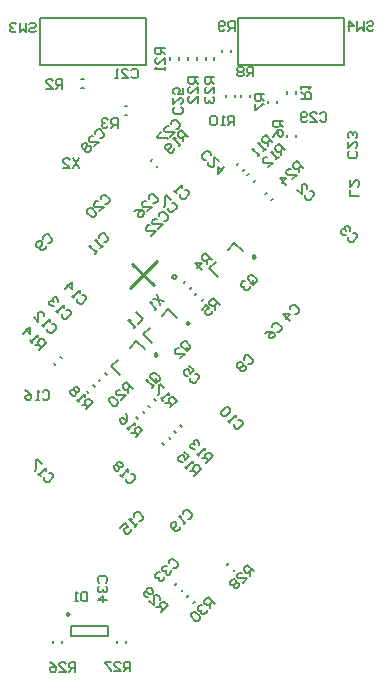
<source format=gbo>
G04*
G04 #@! TF.GenerationSoftware,Altium Limited,Altium Designer,20.1.12 (249)*
G04*
G04 Layer_Color=32896*
%FSLAX25Y25*%
%MOIN*%
G70*
G04*
G04 #@! TF.SameCoordinates,D38EF606-D903-4ADC-9098-C18FB5F004BE*
G04*
G04*
G04 #@! TF.FilePolarity,Positive*
G04*
G01*
G75*
%ADD11C,0.00984*%
%ADD12C,0.00787*%
%ADD14C,0.00600*%
D11*
X39370Y20669D02*
X38632Y21095D01*
Y20243D01*
X39370Y20669D01*
X101179Y139790D02*
X100440Y140216D01*
Y139364D01*
X101179Y139790D01*
X68501Y107113D02*
X67763Y107539D01*
Y106686D01*
X68501Y107113D01*
X79131Y117743D02*
X78393Y118169D01*
Y117316D01*
X79131Y117743D01*
X59522Y129404D02*
X68431Y138312D01*
X60357Y137477D02*
X67595Y130239D01*
D12*
X75064Y133023D02*
X74520Y133772D01*
X73640Y133486D01*
Y132560D01*
X74520Y132274D01*
X75064Y133023D01*
X55216Y11024D02*
Y11811D01*
X58169Y11024D02*
Y11811D01*
X36909Y11024D02*
Y11811D01*
X33957Y11024D02*
Y11811D01*
X94073Y34898D02*
X94629Y35455D01*
X91985Y36986D02*
X92541Y37543D01*
X78599Y26356D02*
X79156Y26913D01*
X80687Y24268D02*
X81244Y24825D01*
X76750Y28205D02*
X77307Y28762D01*
X74662Y30293D02*
X75219Y30850D01*
X39961Y13189D02*
Y16732D01*
Y13189D02*
X52165D01*
Y16732D01*
X39961D02*
X52165D01*
X111909Y194095D02*
Y194882D01*
X114862Y194095D02*
Y194882D01*
X90256Y207972D02*
Y208760D01*
X93209Y207972D02*
Y208760D01*
X114862Y179626D02*
Y180413D01*
X111909Y179626D02*
Y180413D01*
X99508Y193012D02*
Y193799D01*
X96555Y193012D02*
Y193799D01*
X76356Y83606D02*
X76913Y83049D01*
X74268Y81518D02*
X74825Y80961D01*
X72419Y79669D02*
X72976Y79112D01*
X70331Y77581D02*
X70888Y77024D01*
X91437Y192913D02*
Y193701D01*
X94390Y192913D02*
Y193701D01*
X98678Y166907D02*
X99234Y167464D01*
X100766Y164819D02*
X101322Y165376D01*
X51159Y100929D02*
X51716Y100372D01*
X49071Y98841D02*
X49628Y98284D01*
X63758Y88330D02*
X64315Y87773D01*
X61670Y86242D02*
X62227Y85685D01*
X67695Y92267D02*
X68252Y91711D01*
X65607Y90179D02*
X66164Y89622D01*
X47222Y96992D02*
X47779Y96435D01*
X45134Y94904D02*
X45691Y94347D01*
X108563Y191043D02*
Y191831D01*
X105610Y191043D02*
Y191831D01*
X34111Y104352D02*
X34668Y103796D01*
X36199Y106440D02*
X36755Y105884D01*
X97222Y168363D02*
X97779Y168920D01*
X95134Y170451D02*
X95691Y171007D01*
X66394Y171632D02*
X66951Y172188D01*
X68482Y169544D02*
X69039Y170101D01*
X104583Y160608D02*
X105140Y161165D01*
X106671Y158520D02*
X107228Y159077D01*
X81791Y205413D02*
Y206201D01*
X78839Y205413D02*
Y206201D01*
X75886Y205413D02*
Y206201D01*
X72933Y205413D02*
Y206201D01*
X87697Y205413D02*
Y206201D01*
X84744Y205413D02*
Y206201D01*
X92196Y142156D02*
X94353Y144314D01*
X97137Y141530D01*
X86001Y135962D02*
X88159Y138119D01*
X86001Y135962D02*
X88785Y133178D01*
X59518Y109479D02*
X61676Y111636D01*
X64460Y108853D01*
X53324Y103285D02*
X55482Y105442D01*
X53324Y103285D02*
X56108Y100501D01*
X70148Y120109D02*
X72306Y122266D01*
X75090Y119482D01*
X63954Y113915D02*
X66112Y116072D01*
X63954Y113915D02*
X66738Y111131D01*
X83443Y125056D02*
X84000Y125612D01*
X81355Y127144D02*
X81912Y127700D01*
X79506Y128993D02*
X80063Y129549D01*
X77418Y131080D02*
X77975Y131637D01*
X43307Y199114D02*
X44094D01*
X43307Y196161D02*
X44094D01*
X57874Y190059D02*
X58661D01*
X57874Y187106D02*
X58661D01*
X29528Y219488D02*
X64961D01*
Y203740D02*
Y219488D01*
X29528Y203740D02*
Y219488D01*
Y203740D02*
X64961D01*
X95472Y219488D02*
X130905D01*
Y203740D02*
Y219488D01*
X95472Y203740D02*
Y219488D01*
Y203740D02*
X130905D01*
D14*
X42626Y172564D02*
X40494Y169365D01*
Y172564D02*
X42626Y169365D01*
X37295D02*
X39428D01*
X37295Y171498D01*
Y172031D01*
X37828Y172564D01*
X38894D01*
X39428Y172031D01*
X68684Y127344D02*
X69438Y123574D01*
X67176Y125836D02*
X70946Y125082D01*
X68684Y122820D02*
X67930Y122066D01*
X68307Y122443D01*
X66045Y124705D01*
X66799Y124705D01*
X138550Y217799D02*
X139083Y218332D01*
X140149D01*
X140683Y217799D01*
Y217265D01*
X140149Y216732D01*
X139083D01*
X138550Y216199D01*
Y215666D01*
X139083Y215133D01*
X140149D01*
X140683Y215666D01*
X137484Y218332D02*
Y215133D01*
X136417Y216199D01*
X135351Y215133D01*
Y218332D01*
X132685Y215133D02*
Y218332D01*
X134285Y216732D01*
X132152D01*
X25951Y217208D02*
X26485Y217741D01*
X27551D01*
X28084Y217208D01*
Y216675D01*
X27551Y216142D01*
X26485D01*
X25951Y215609D01*
Y215075D01*
X26485Y214542D01*
X27551D01*
X28084Y215075D01*
X24885Y217741D02*
Y214542D01*
X23819Y215609D01*
X22753Y214542D01*
Y217741D01*
X21686Y217208D02*
X21153Y217741D01*
X20087D01*
X19554Y217208D01*
Y216675D01*
X20087Y216142D01*
X20620D01*
X20087D01*
X19554Y215609D01*
Y215075D01*
X20087Y214542D01*
X21153D01*
X21686Y215075D01*
X87710Y24031D02*
X85448Y26293D01*
X84317Y25162D01*
X84317Y24408D01*
X85071Y23654D01*
X85825D01*
X86956Y24785D01*
X86202Y24031D02*
Y22523D01*
X83563Y23654D02*
X82809Y23654D01*
X82055Y22900D01*
X82055Y22146D01*
X82432Y21769D01*
X83186D01*
X83563Y22146D01*
X83186Y21769D01*
Y21015D01*
X83563Y20638D01*
X84317D01*
X85071Y21392D01*
Y22146D01*
X81301Y21392D02*
X80547Y21392D01*
X79793Y20638D01*
Y19884D01*
X81301Y18376D01*
X82055D01*
X82809Y19130D01*
Y19884D01*
X81301Y21392D01*
X69798Y21345D02*
X72060Y23607D01*
X70929Y24738D01*
X70175Y24738D01*
X69421Y23984D01*
Y23230D01*
X70552Y22099D01*
X69798Y22853D02*
X68290D01*
X66028Y25115D02*
X67536Y23607D01*
Y26623D01*
X67913Y27000D01*
X68667Y27000D01*
X69421Y26246D01*
X69421Y25492D01*
X65651Y26246D02*
X64897D01*
X64143Y27000D01*
Y27754D01*
X65651Y29262D01*
X66405D01*
X67159Y28508D01*
X67159Y27754D01*
X66782Y27377D01*
X66028D01*
X64897Y28508D01*
X100899Y34857D02*
X98637Y37119D01*
X97506Y35989D01*
X97506Y35234D01*
X98260Y34481D01*
X99014D01*
X100145Y35612D01*
X99391Y34857D02*
Y33349D01*
X97129Y31087D02*
X98637Y32595D01*
X95621D01*
X95244Y32972D01*
X95244Y33726D01*
X95998Y34481D01*
X96752Y34480D01*
X94490Y32218D02*
X93736Y32218D01*
X92982Y31464D01*
Y30710D01*
X93359Y30333D01*
X94113D01*
Y29579D01*
X94490Y29202D01*
X95244D01*
X95998Y29956D01*
Y30710D01*
X95621Y31087D01*
X94867D01*
Y31841D01*
X94490Y32218D01*
X94867Y31087D02*
X94113Y30333D01*
X59580Y1550D02*
Y4749D01*
X57981D01*
X57448Y4216D01*
Y3150D01*
X57981Y2616D01*
X59580D01*
X58514D02*
X57448Y1550D01*
X54249D02*
X56381D01*
X54249Y3683D01*
Y4216D01*
X54782Y4749D01*
X55848D01*
X56381Y4216D01*
X53182Y4749D02*
X51050D01*
Y4216D01*
X53182Y2083D01*
Y1550D01*
X41372Y1452D02*
Y4651D01*
X39772D01*
X39239Y4118D01*
Y3051D01*
X39772Y2518D01*
X41372D01*
X40305D02*
X39239Y1452D01*
X36040D02*
X38173D01*
X36040Y3584D01*
Y4118D01*
X36573Y4651D01*
X37639D01*
X38173Y4118D01*
X32841Y4651D02*
X33907Y4118D01*
X34974Y3051D01*
Y1985D01*
X34440Y1452D01*
X33374D01*
X32841Y1985D01*
Y2518D01*
X33374Y3051D01*
X34974D01*
X117336Y169405D02*
X115074Y171667D01*
X113943Y170536D01*
X113943Y169782D01*
X114697Y169028D01*
X115451D01*
X116582Y170159D01*
X115828Y169405D02*
Y167897D01*
X113566Y165635D02*
X115074Y167143D01*
X112058D01*
X111681Y167520D01*
X111681Y168274D01*
X112435Y169028D01*
X113189Y169028D01*
X111681Y163750D02*
X109419Y166012D01*
X111681D01*
X110173Y164504D01*
X87623Y199541D02*
X84424D01*
Y197941D01*
X84957Y197408D01*
X86024D01*
X86557Y197941D01*
Y199541D01*
Y198475D02*
X87623Y197408D01*
Y194209D02*
Y196342D01*
X85491Y194209D01*
X84957D01*
X84424Y194742D01*
Y195809D01*
X84957Y196342D01*
Y193143D02*
X84424Y192610D01*
Y191543D01*
X84957Y191010D01*
X85491D01*
X86024Y191543D01*
Y192077D01*
Y191543D01*
X86557Y191010D01*
X87090D01*
X87623Y191543D01*
Y192610D01*
X87090Y193143D01*
X82111Y199639D02*
X78912D01*
Y198040D01*
X79445Y197507D01*
X80512D01*
X81045Y198040D01*
Y199639D01*
Y198573D02*
X82111Y197507D01*
Y194308D02*
Y196440D01*
X79979Y194308D01*
X79445D01*
X78912Y194841D01*
Y195907D01*
X79445Y196440D01*
X82111Y191109D02*
Y193241D01*
X79979Y191109D01*
X79445D01*
X78912Y191642D01*
Y192708D01*
X79445Y193241D01*
X71088Y209342D02*
X67889D01*
Y207743D01*
X68422Y207210D01*
X69488D01*
X70021Y207743D01*
Y209342D01*
Y208276D02*
X71088Y207210D01*
Y204011D02*
Y206143D01*
X68955Y204011D01*
X68422D01*
X67889Y204544D01*
Y205610D01*
X68422Y206143D01*
X71088Y202944D02*
Y201878D01*
Y202411D01*
X67889D01*
X68422Y202944D01*
X60446Y95783D02*
X58184Y98045D01*
X57053Y96914D01*
X57053Y96160D01*
X57807Y95406D01*
X58561D01*
X59692Y96537D01*
X58938Y95783D02*
Y94275D01*
X56676Y92013D02*
X58184Y93521D01*
X55168D01*
X54791Y93898D01*
X54791Y94652D01*
X55545Y95406D01*
X56299Y95406D01*
X54037Y93144D02*
X53283Y93144D01*
X52529Y92390D01*
Y91636D01*
X54037Y90128D01*
X54791D01*
X55545Y90882D01*
Y91636D01*
X54037Y93144D01*
X78860Y179748D02*
X76598Y182010D01*
X75467Y180879D01*
X75467Y180125D01*
X76221Y179371D01*
X76975D01*
X78106Y180502D01*
X77352Y179748D02*
Y178240D01*
X76598Y177486D02*
X75844Y176732D01*
X76221Y177109D01*
X73959Y179371D01*
X74713Y179371D01*
X74336Y175978D02*
Y175224D01*
X73582Y174470D01*
X72828D01*
X71320Y175978D01*
X71320Y176732D01*
X72074Y177486D01*
X72828D01*
X73205Y177109D01*
Y176355D01*
X72074Y175224D01*
X44905Y88955D02*
X47167Y91217D01*
X46036Y92348D01*
X45282Y92348D01*
X44528Y91594D01*
Y90840D01*
X45659Y89709D01*
X44905Y90463D02*
X43397D01*
X42643Y91217D02*
X41889Y91971D01*
X42266Y91594D01*
X44528Y93856D01*
X44528Y93102D01*
X42643Y94987D02*
Y95741D01*
X41889Y96495D01*
X41135Y96495D01*
X40758Y96118D01*
Y95364D01*
X40004D01*
X39627Y94987D01*
Y94233D01*
X40381Y93479D01*
X41135D01*
X41512Y93856D01*
Y94610D01*
X42266D01*
X42643Y94987D01*
X41512Y94610D02*
X40758Y95364D01*
X72858Y89545D02*
X75120Y91807D01*
X73989Y92939D01*
X73235Y92938D01*
X72481Y92184D01*
Y91430D01*
X73612Y90299D01*
X72858Y91053D02*
X71350D01*
X70596Y91807D02*
X69842Y92562D01*
X70219Y92184D01*
X72481Y94446D01*
X72481Y93692D01*
X70973Y95955D02*
X69465Y97462D01*
X69088Y97085D01*
Y94069D01*
X68711Y93692D01*
X61441Y79605D02*
X63703Y81867D01*
X62572Y82998D01*
X61818Y82998D01*
X61064Y82244D01*
Y81489D01*
X62195Y80358D01*
X61441Y81112D02*
X59933D01*
X59179Y81867D02*
X58425Y82621D01*
X58802Y82244D01*
X61064Y84505D01*
X61064Y83751D01*
X58048Y87521D02*
X58425Y86391D01*
Y84882D01*
X57671Y84128D01*
X56917D01*
X56163Y84882D01*
Y85637D01*
X56540Y86014D01*
X57294D01*
X58425Y84882D01*
X80929Y66809D02*
X83191Y69071D01*
X82060Y70202D01*
X81306Y70202D01*
X80552Y69448D01*
Y68694D01*
X81683Y67563D01*
X80929Y68317D02*
X79421D01*
X78667Y69071D02*
X77913Y69825D01*
X78290Y69448D01*
X80552Y71710D01*
X80552Y70956D01*
X77536Y74726D02*
X79044Y73218D01*
X77913Y72087D01*
X77536Y73218D01*
X77159Y73595D01*
X76405D01*
X75651Y72841D01*
Y72087D01*
X76405Y71333D01*
X77159D01*
X29256Y108837D02*
X31518Y111099D01*
X30387Y112230D01*
X29633Y112230D01*
X28879Y111476D01*
Y110722D01*
X30010Y109591D01*
X29256Y110345D02*
X27748D01*
X26994Y111099D02*
X26239Y111853D01*
X26617Y111476D01*
X28879Y113738D01*
X28879Y112984D01*
X23978Y114115D02*
X26240Y116377D01*
X26239Y114115D01*
X24732Y115623D01*
X84964Y71042D02*
X87226Y73304D01*
X86095Y74435D01*
X85341Y74435D01*
X84587Y73681D01*
Y72926D01*
X85718Y71795D01*
X84964Y72549D02*
X83456D01*
X82702Y73304D02*
X81948Y74058D01*
X82325Y73681D01*
X84587Y75942D01*
X84587Y75188D01*
X82702Y77074D02*
Y77828D01*
X81948Y78582D01*
X81194Y78582D01*
X80817Y78205D01*
Y77451D01*
X81194Y77074D01*
X80817Y77451D01*
X80063D01*
X79686Y77074D01*
Y76319D01*
X80440Y75565D01*
X81194D01*
X111340Y175220D02*
X109078Y177482D01*
X107947Y176351D01*
X107947Y175597D01*
X108701Y174843D01*
X109455D01*
X110586Y175974D01*
X109832Y175220D02*
Y173712D01*
X109078Y172958D02*
X108324Y172204D01*
X108701Y172581D01*
X106439Y174843D01*
X107193Y174843D01*
X105685Y169565D02*
X107193Y171073D01*
X104177D01*
X103800Y171450D01*
X103800Y172204D01*
X104554Y172958D01*
X105308D01*
X107026Y178091D02*
X104764Y180353D01*
X103633Y179222D01*
X103633Y178468D01*
X104387Y177714D01*
X105141D01*
X106272Y178845D01*
X105518Y178091D02*
Y176583D01*
X104764Y175829D02*
X104010Y175075D01*
X104387Y175452D01*
X102125Y177714D01*
X102879Y177714D01*
Y173944D02*
X102125Y173190D01*
X102502Y173567D01*
X100240Y175829D01*
X100994D01*
X94255Y183637D02*
Y186836D01*
X92655D01*
X92122Y186302D01*
Y185236D01*
X92655Y184703D01*
X94255D01*
X93188D02*
X92122Y183637D01*
X91056D02*
X89989D01*
X90522D01*
Y186836D01*
X91056Y186302D01*
X88390D02*
X87857Y186836D01*
X86790D01*
X86257Y186302D01*
Y184170D01*
X86790Y183637D01*
X87857D01*
X88390Y184170D01*
Y186302D01*
X94398Y215034D02*
Y218233D01*
X92799D01*
X92265Y217700D01*
Y216634D01*
X92799Y216101D01*
X94398D01*
X93332D02*
X92265Y215034D01*
X91199Y215567D02*
X90666Y215034D01*
X89600D01*
X89066Y215567D01*
Y217700D01*
X89600Y218233D01*
X90666D01*
X91199Y217700D01*
Y217167D01*
X90666Y216634D01*
X89066D01*
X100697Y199877D02*
Y203076D01*
X99098D01*
X98565Y202543D01*
Y201476D01*
X99098Y200943D01*
X100697D01*
X99631D02*
X98565Y199877D01*
X97498Y202543D02*
X96965Y203076D01*
X95899D01*
X95366Y202543D01*
Y202010D01*
X95899Y201476D01*
X95366Y200943D01*
Y200410D01*
X95899Y199877D01*
X96965D01*
X97498Y200410D01*
Y200943D01*
X96965Y201476D01*
X97498Y202010D01*
Y202543D01*
X96965Y201476D02*
X95899D01*
X104355Y193906D02*
X101156D01*
Y192306D01*
X101690Y191773D01*
X102756D01*
X103289Y192306D01*
Y193906D01*
Y192840D02*
X104355Y191773D01*
X101156Y190707D02*
Y188574D01*
X101690D01*
X103822Y190707D01*
X104355D01*
X110556Y185048D02*
X107357D01*
Y183448D01*
X107890Y182915D01*
X108957D01*
X109490Y183448D01*
Y185048D01*
Y183981D02*
X110556Y182915D01*
X107357Y179716D02*
X107890Y180782D01*
X108957Y181849D01*
X110023D01*
X110556Y181316D01*
Y180249D01*
X110023Y179716D01*
X109490D01*
X108957Y180249D01*
Y181849D01*
X89433Y123687D02*
X87171Y125949D01*
X86040Y124818D01*
X86040Y124064D01*
X86794Y123310D01*
X87548D01*
X88679Y124441D01*
X87925Y123687D02*
Y122179D01*
X83401D02*
X84909Y123687D01*
X86040Y122556D01*
X84909Y122179D01*
X84532Y121802D01*
Y121048D01*
X85286Y120294D01*
X86040D01*
X86794Y121048D01*
Y121802D01*
X86874Y138746D02*
X84612Y141008D01*
X83481Y139877D01*
X83481Y139123D01*
X84235Y138369D01*
X84989D01*
X86120Y139500D01*
X85366Y138746D02*
Y137238D01*
X83481Y135353D02*
X81219Y137615D01*
X83481Y137615D01*
X81973Y136107D01*
X55422Y182652D02*
Y185852D01*
X53822D01*
X53289Y185318D01*
Y184252D01*
X53822Y183719D01*
X55422D01*
X54355D02*
X53289Y182652D01*
X52223Y185318D02*
X51690Y185852D01*
X50623D01*
X50090Y185318D01*
Y184785D01*
X50623Y184252D01*
X51156D01*
X50623D01*
X50090Y183719D01*
Y183186D01*
X50623Y182652D01*
X51690D01*
X52223Y183186D01*
X36918Y195842D02*
Y199040D01*
X35318D01*
X34785Y198507D01*
Y197441D01*
X35318Y196908D01*
X36918D01*
X35851D02*
X34785Y195842D01*
X31586D02*
X33719D01*
X31586Y197974D01*
Y198507D01*
X32119Y199040D01*
X33186D01*
X33719Y198507D01*
X116708Y192454D02*
X119907D01*
Y194053D01*
X119373Y194587D01*
X118307D01*
X117774Y194053D01*
Y192454D01*
Y193520D02*
X116708Y194587D01*
Y195653D02*
Y196719D01*
Y196186D01*
X119907D01*
X119373Y195653D01*
X100245Y130824D02*
X98737Y132332D01*
X98737Y133086D01*
X99491Y133840D01*
X100245D01*
X101753Y132332D01*
Y131578D01*
X100999Y130824D01*
X100622Y131955D02*
Y130447D01*
X100999Y130824D02*
X100245D01*
X97983Y131578D02*
X97229Y131578D01*
X96475Y130824D01*
X96475Y130070D01*
X96852Y129693D01*
X97606D01*
X97983Y130070D01*
X97606Y129693D01*
Y128939D01*
X97983Y128562D01*
X98737D01*
X99491Y129316D01*
Y130070D01*
X78198Y108580D02*
X76690Y110088D01*
X76690Y110842D01*
X77444Y111596D01*
X78198D01*
X79706Y110088D01*
Y109334D01*
X78952Y108580D01*
X78575Y109711D02*
Y108203D01*
X78952Y108580D02*
X78198D01*
X76313Y105941D02*
X77821Y107449D01*
X74805D01*
X74428Y107826D01*
X74428Y108580D01*
X75182Y109334D01*
X75936Y109334D01*
X67880Y98065D02*
X66372Y99573D01*
X66372Y100327D01*
X67126Y101081D01*
X67880D01*
X69388Y99573D01*
Y98819D01*
X68634Y98065D01*
X68257Y99196D02*
Y97688D01*
X68634Y98065D02*
X67880D01*
X67503Y96934D02*
X66749Y96180D01*
X67126Y96557D01*
X64864Y98819D01*
X65618Y98819D01*
X135950Y159933D02*
X132751D01*
Y162065D01*
Y165264D02*
Y163132D01*
X134883Y165264D01*
X135417D01*
X135950Y164731D01*
Y163665D01*
X135417Y163132D01*
X61598Y121241D02*
X63859Y118979D01*
X62352Y117471D01*
X61598Y116717D02*
X60843Y115963D01*
X61221Y116340D01*
X58959Y118602D01*
X59712Y118602D01*
X45341Y28076D02*
Y24877D01*
X43742D01*
X43209Y25410D01*
Y27543D01*
X43742Y28076D01*
X45341D01*
X42142Y24877D02*
X41076D01*
X41609D01*
Y28076D01*
X42142Y27543D01*
X49327Y31070D02*
X48794Y31603D01*
Y32669D01*
X49327Y33202D01*
X51460D01*
X51993Y32669D01*
Y31603D01*
X51460Y31070D01*
X49327Y30003D02*
X48794Y29470D01*
Y28404D01*
X49327Y27871D01*
X49861D01*
X50394Y28404D01*
Y28937D01*
Y28404D01*
X50927Y27871D01*
X51460D01*
X51993Y28404D01*
Y29470D01*
X51460Y30003D01*
X51993Y25205D02*
X48794D01*
X50394Y26804D01*
Y24672D01*
X72506Y37597D02*
X72506Y38351D01*
X73260Y39105D01*
X74014D01*
X75522Y37597D01*
Y36843D01*
X74768Y36089D01*
X74014D01*
X71752Y36843D02*
X70998Y36843D01*
X70244Y36089D01*
X70244Y35335D01*
X70621Y34958D01*
X71375D01*
X71752Y35335D01*
X71375Y34958D01*
Y34204D01*
X71752Y33827D01*
X72506D01*
X73260Y34581D01*
Y35335D01*
X69490Y34581D02*
X68736Y34581D01*
X67982Y33827D01*
Y33073D01*
X68359Y32696D01*
X69113D01*
X69490Y33073D01*
X69113Y32696D01*
Y31942D01*
X69490Y31565D01*
X70244D01*
X70998Y32319D01*
Y33073D01*
X122900Y187385D02*
X123433Y187918D01*
X124500D01*
X125033Y187385D01*
Y185253D01*
X124500Y184719D01*
X123433D01*
X122900Y185253D01*
X119701Y184719D02*
X121834D01*
X119701Y186852D01*
Y187385D01*
X120235Y187918D01*
X121301D01*
X121834Y187385D01*
X118635Y185253D02*
X118102Y184719D01*
X117036D01*
X116502Y185253D01*
Y187385D01*
X117036Y187918D01*
X118102D01*
X118635Y187385D01*
Y186852D01*
X118102Y186319D01*
X116502D01*
X47998Y180707D02*
X47998Y181461D01*
X48752Y182215D01*
X49506D01*
X51014Y180707D01*
Y179953D01*
X50260Y179199D01*
X49506D01*
X47621Y176560D02*
X49129Y178068D01*
X46113D01*
X45736Y178445D01*
X45736Y179199D01*
X46490Y179953D01*
X47244Y179953D01*
X44982Y177691D02*
X44228Y177691D01*
X43474Y176937D01*
Y176183D01*
X43851Y175806D01*
X44605D01*
Y175052D01*
X44982Y174675D01*
X45736D01*
X46490Y175429D01*
Y176183D01*
X46113Y176560D01*
X45359D01*
Y177314D01*
X44982Y177691D01*
X45359Y176560D02*
X44605Y175806D01*
X73293Y183955D02*
X73293Y184709D01*
X74047Y185463D01*
X74801D01*
X76309Y183955D01*
Y183201D01*
X75555Y182447D01*
X74801D01*
X72916Y179808D02*
X74424Y181316D01*
X71408D01*
X71031Y181693D01*
X71031Y182447D01*
X71785Y183201D01*
X72539Y183201D01*
X69900Y181316D02*
X68392Y179808D01*
X68769Y179431D01*
X71785D01*
X72162Y179054D01*
X65715Y159152D02*
X65715Y159906D01*
X66469Y160660D01*
X67223D01*
X68731Y159152D01*
Y158398D01*
X67977Y157644D01*
X67223D01*
X65338Y155005D02*
X66846Y156513D01*
X63830D01*
X63453Y156890D01*
X63453Y157644D01*
X64207Y158398D01*
X64961Y158398D01*
X60814Y155005D02*
X61945Y155382D01*
X63453D01*
X64207Y154628D01*
Y153874D01*
X63453Y153120D01*
X62699D01*
X62322Y153497D01*
Y154251D01*
X63453Y155382D01*
X76657Y189600D02*
X77190Y189067D01*
Y188000D01*
X76657Y187467D01*
X74524D01*
X73991Y188000D01*
Y189067D01*
X74524Y189600D01*
X73991Y192799D02*
Y190666D01*
X76124Y192799D01*
X76657D01*
X77190Y192265D01*
Y191199D01*
X76657Y190666D01*
X77190Y195998D02*
Y193865D01*
X75590D01*
X76124Y194931D01*
Y195464D01*
X75590Y195998D01*
X74524D01*
X73991Y195464D01*
Y194398D01*
X74524Y193865D01*
X84943Y172014D02*
X84189Y172014D01*
X83435Y172768D01*
Y173522D01*
X84943Y175030D01*
X85697D01*
X86451Y174276D01*
Y173522D01*
X89090Y171637D02*
X87582Y173145D01*
Y170129D01*
X87205Y169752D01*
X86451Y169752D01*
X85697Y170506D01*
X85697Y171260D01*
X90975Y169752D02*
X88713Y167490D01*
Y169752D01*
X90221Y168244D01*
X134826Y174934D02*
X135359Y174401D01*
Y173335D01*
X134826Y172802D01*
X132694D01*
X132160Y173335D01*
Y174401D01*
X132694Y174934D01*
X132160Y178133D02*
Y176001D01*
X134293Y178133D01*
X134826D01*
X135359Y177600D01*
Y176534D01*
X134826Y176001D01*
Y179200D02*
X135359Y179733D01*
Y180799D01*
X134826Y181332D01*
X134293D01*
X133760Y180799D01*
Y180266D01*
Y180799D01*
X133227Y181332D01*
X132694D01*
X132160Y180799D01*
Y179733D01*
X132694Y179200D01*
X69258Y153246D02*
X69258Y154000D01*
X70012Y154754D01*
X70766D01*
X72274Y153246D01*
Y152492D01*
X71520Y151738D01*
X70766D01*
X68881Y149099D02*
X70389Y150607D01*
X67373D01*
X66996Y150984D01*
X66996Y151738D01*
X67750Y152492D01*
X68504Y152492D01*
X66619Y146837D02*
X68127Y148345D01*
X65111D01*
X64734Y148722D01*
Y149476D01*
X65488Y150230D01*
X66242Y150230D01*
X59966Y201952D02*
X60499Y202485D01*
X61565D01*
X62098Y201952D01*
Y199820D01*
X61565Y199286D01*
X60499D01*
X59966Y199820D01*
X56767Y199286D02*
X58899D01*
X56767Y201419D01*
Y201952D01*
X57300Y202485D01*
X58366D01*
X58899Y201952D01*
X55700Y199286D02*
X54634D01*
X55167D01*
Y202485D01*
X55700Y201952D01*
X49743Y159004D02*
X49743Y159758D01*
X50497Y160512D01*
X51251D01*
X52759Y159004D01*
Y158250D01*
X52005Y157496D01*
X51251D01*
X49366Y154857D02*
X50874Y156365D01*
X47858D01*
X47481Y156742D01*
X47481Y157496D01*
X48235Y158250D01*
X48989Y158250D01*
X46727Y155988D02*
X45973Y155988D01*
X45219Y155234D01*
Y154480D01*
X46727Y152972D01*
X47481D01*
X48235Y153726D01*
Y154480D01*
X46727Y155988D01*
X77239Y53944D02*
X77239Y54698D01*
X77993Y55452D01*
X78747D01*
X80255Y53944D01*
Y53190D01*
X79501Y52436D01*
X78747D01*
X78370Y51305D02*
X77616Y50551D01*
X77993Y50928D01*
X75731Y53190D01*
X76485Y53190D01*
X76108Y49797D02*
Y49043D01*
X75354Y48289D01*
X74600D01*
X73092Y49797D01*
X73092Y50551D01*
X73846Y51305D01*
X74600D01*
X74977Y50928D01*
Y50174D01*
X73846Y49043D01*
X59751Y67348D02*
X60505Y67348D01*
X61259Y66594D01*
Y65840D01*
X59751Y64332D01*
X58997D01*
X58243Y65086D01*
Y65840D01*
X57112Y66217D02*
X56358Y66971D01*
X56735Y66594D01*
X58997Y68856D01*
X58997Y68102D01*
X57112Y69987D02*
Y70741D01*
X56358Y71495D01*
X55604Y71495D01*
X55227Y71118D01*
Y70364D01*
X54473D01*
X54096Y69987D01*
Y69233D01*
X54850Y68479D01*
X55604D01*
X55981Y68856D01*
Y69610D01*
X56735D01*
X57112Y69987D01*
X55981Y69610D02*
X55227Y70364D01*
X32388Y67742D02*
X33143Y67742D01*
X33896Y66988D01*
Y66234D01*
X32388Y64726D01*
X31635D01*
X30880Y65480D01*
Y66234D01*
X29750Y66611D02*
X28995Y67365D01*
X29372Y66988D01*
X31635Y69250D01*
X31634Y68496D01*
X30126Y70758D02*
X28618Y72266D01*
X28241Y71889D01*
Y68873D01*
X27864Y68496D01*
X30409Y94669D02*
X30942Y95202D01*
X32009D01*
X32542Y94669D01*
Y92536D01*
X32009Y92003D01*
X30942D01*
X30409Y92536D01*
X29343Y92003D02*
X28277D01*
X28810D01*
Y95202D01*
X29343Y94669D01*
X24545Y95202D02*
X25611Y94669D01*
X26677Y93602D01*
Y92536D01*
X26144Y92003D01*
X25078D01*
X24545Y92536D01*
Y93069D01*
X25078Y93602D01*
X26677D01*
X60874Y53160D02*
X60874Y53914D01*
X61629Y54668D01*
X62383D01*
X63890Y53160D01*
Y52406D01*
X63137Y51652D01*
X62383D01*
X62006Y50521D02*
X61251Y49767D01*
X61629Y50144D01*
X59367Y52406D01*
X60120Y52406D01*
X56350Y49390D02*
X57859Y50898D01*
X58990Y49767D01*
X57859Y49390D01*
X57481Y49013D01*
Y48259D01*
X58236Y47505D01*
X58990D01*
X59743Y48259D01*
Y49013D01*
X43510Y127092D02*
X44265Y127092D01*
X45019Y126338D01*
Y125584D01*
X43510Y124076D01*
X42757D01*
X42002Y124830D01*
Y125584D01*
X40872Y125961D02*
X40117Y126715D01*
X40494Y126338D01*
X42757Y128600D01*
X42757Y127846D01*
X37855Y128977D02*
X40117Y131239D01*
X40117Y128977D01*
X38609Y130485D01*
X38294Y122072D02*
X39048Y122072D01*
X39802Y121318D01*
Y120564D01*
X38294Y119056D01*
X37540D01*
X36786Y119810D01*
Y120564D01*
X35655Y120941D02*
X34901Y121695D01*
X35278Y121318D01*
X37540Y123580D01*
X37540Y122826D01*
X35655Y124711D02*
Y125465D01*
X34901Y126219D01*
X34147Y126219D01*
X33770Y125842D01*
Y125088D01*
X34147Y124711D01*
X33770Y125088D01*
X33016D01*
X32639Y124711D01*
Y123957D01*
X33393Y123203D01*
X34147D01*
X33471Y117348D02*
X34225Y117348D01*
X34979Y116594D01*
Y115840D01*
X33471Y114332D01*
X32717D01*
X31963Y115086D01*
Y115840D01*
X30832Y116217D02*
X30078Y116971D01*
X30455Y116594D01*
X32717Y118856D01*
X32717Y118102D01*
X27439Y119610D02*
X28947Y118102D01*
Y121118D01*
X29324Y121495D01*
X30078Y121495D01*
X30832Y120741D01*
Y119987D01*
X49303Y146086D02*
X49303Y146840D01*
X50057Y147594D01*
X50811D01*
X52319Y146086D01*
Y145332D01*
X51565Y144578D01*
X50811D01*
X50434Y143447D02*
X49680Y142693D01*
X50057Y143070D01*
X47795Y145332D01*
X48549Y145332D01*
Y141562D02*
X47795Y140808D01*
X48172Y141185D01*
X45910Y143447D01*
X46664D01*
X95577Y85458D02*
X96331Y85458D01*
X97085Y84704D01*
Y83950D01*
X95577Y82442D01*
X94823D01*
X94069Y83196D01*
Y83950D01*
X92938Y84327D02*
X92184Y85081D01*
X92561Y84704D01*
X94823Y86966D01*
X94823Y86212D01*
X92938Y88097D02*
Y88851D01*
X92184Y89605D01*
X91430Y89605D01*
X89922Y88097D01*
Y87343D01*
X90676Y86589D01*
X91430D01*
X92938Y88097D01*
X30627Y145718D02*
X30627Y146472D01*
X31381Y147226D01*
X32135D01*
X33643Y145718D01*
Y144964D01*
X32889Y144210D01*
X32135D01*
X31381Y143456D02*
Y142702D01*
X30627Y141948D01*
X29873D01*
X28365Y143456D01*
X28365Y144210D01*
X29119Y144964D01*
X29873Y144964D01*
X30250Y144587D01*
Y143833D01*
X29119Y142702D01*
X97458Y105363D02*
X97458Y106117D01*
X98212Y106871D01*
X98966D01*
X100474Y105363D01*
Y104609D01*
X99720Y103855D01*
X98966D01*
X96704Y104609D02*
X95950Y104609D01*
X95196Y103855D01*
X95196Y103101D01*
X95573Y102724D01*
X96327D01*
Y101970D01*
X96704Y101593D01*
X97458D01*
X98212Y102347D01*
Y103101D01*
X97835Y103478D01*
X97081D01*
Y104232D01*
X96704Y104609D01*
X97081Y103478D02*
X96327Y102724D01*
X73572Y157562D02*
X74326Y157562D01*
X75080Y156808D01*
Y156054D01*
X73572Y154546D01*
X72818D01*
X72064Y155300D01*
Y156054D01*
X73195Y158693D02*
X71687Y160201D01*
X71310Y159824D01*
Y156808D01*
X70933Y156431D01*
X107027Y116287D02*
X107027Y117041D01*
X107781Y117795D01*
X108535D01*
X110043Y116287D01*
Y115533D01*
X109289Y114779D01*
X108535D01*
X104388Y114402D02*
X105519Y114779D01*
X107027D01*
X107781Y114025D01*
Y113271D01*
X107027Y112517D01*
X106273D01*
X105896Y112894D01*
Y113648D01*
X107027Y114779D01*
X81151Y100771D02*
X81905Y100771D01*
X82659Y100017D01*
Y99263D01*
X81151Y97755D01*
X80397D01*
X79643Y98509D01*
Y99263D01*
X79266Y103410D02*
X80774Y101902D01*
X79643Y100771D01*
X79266Y101902D01*
X78889Y102279D01*
X78135D01*
X77381Y101525D01*
Y100771D01*
X78135Y100017D01*
X78889D01*
X112932Y122193D02*
X112932Y122947D01*
X113686Y123701D01*
X114440D01*
X115948Y122193D01*
Y121439D01*
X115194Y120685D01*
X114440D01*
X112932Y118423D02*
X110670Y120685D01*
X112932Y120685D01*
X111424Y119177D01*
X133710Y147720D02*
X134464Y147720D01*
X135218Y146966D01*
Y146212D01*
X133710Y144703D01*
X132956D01*
X132202Y145457D01*
Y146212D01*
X132956Y148474D02*
X132956Y149227D01*
X132202Y149981D01*
X131448Y149981D01*
X131071Y149604D01*
Y148851D01*
X131448Y148474D01*
X131071Y148851D01*
X130317D01*
X129940Y148474D01*
Y147720D01*
X130694Y146966D01*
X131448D01*
X119438Y161696D02*
X120192Y161696D01*
X120946Y160942D01*
Y160188D01*
X119438Y158680D01*
X118684D01*
X117930Y159434D01*
Y160188D01*
X115291Y162073D02*
X116799Y160565D01*
Y163581D01*
X117176Y163958D01*
X117930Y163958D01*
X118684Y163204D01*
X118684Y162450D01*
X77723Y162073D02*
X78477Y162073D01*
X79230Y161319D01*
Y160565D01*
X77723Y159057D01*
X76968D01*
X76214Y159811D01*
Y160565D01*
X75084Y160942D02*
X74330Y161696D01*
X74707Y161319D01*
X76968Y163581D01*
X76968Y162827D01*
M02*

</source>
